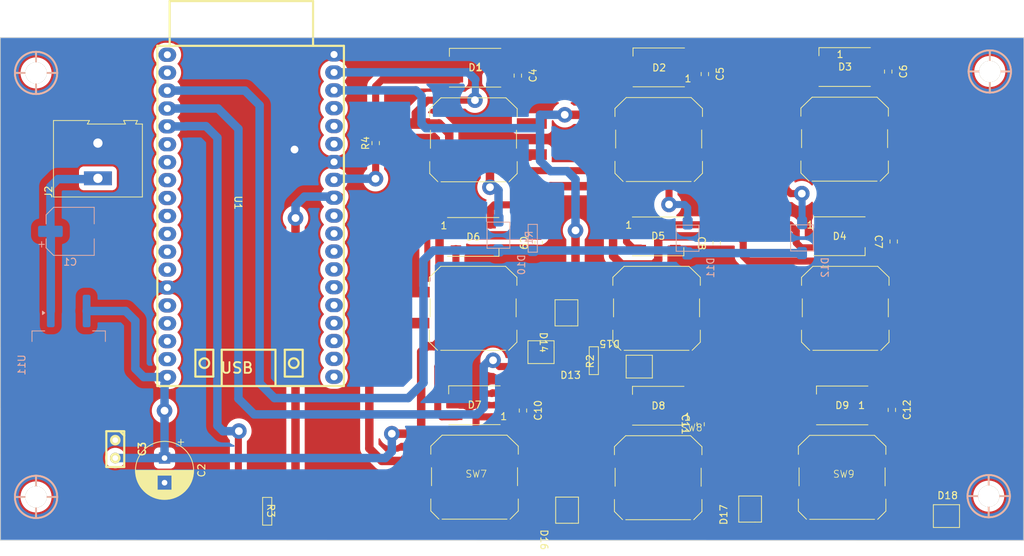
<source format=kicad_pcb>
(kicad_pcb (version 20240108) (generator "pcbnew") (generator_version "8.0")
  (layers (0 "F.Cu" signal) (31 "B.Cu" signal) (34 "B.Paste" user) (35 "F.Paste" user) (36 "B.SilkS" user "B.Silkscreen") (37 "F.SilkS" user "F.Silkscreen") (38 "B.Mask" user) (39 "F.Mask" user) (44 "Edge.Cuts" user))
  (net 0 "")
  (net 1 "Net-(U11-IN)")
  (net 2 "GND")
  (net 4 "/FIL1")
  (net 5 "/FIL2")
  (net 6 "/FIL3")
  (net 7 "/COL1")
  (net 8 "/COL2")
  (net 9 "/COL3")
  (net 19 "/VCC")
  (net 27 "Net-(D1-DOUT)")
  (net 31 "/PIN19")
  (net 36 "Net-(D1-DIN)")
  (net 37 "Net-(D2-DOUT)")
  (net 38 "Net-(D3-DOUT)")
  (net 39 "Net-(D4-DOUT)")
  (net 40 "Net-(D5-DOUT)")
  (net 41 "Net-(D6-DOUT)")
  (net 42 "Net-(D7-DOUT)")
  (net 43 "Net-(D8-DOUT)")
  (net 46 "Net-(D11-A)")
  (net 47 "Net-(D10-A)")
  (net 49 "Net-(D12-A)")
  (net 50 "Net-(D13-A)")
  (net 51 "Net-(D14-A)")
  (net 52 "Net-(D15-A)")
  (net 53 "Net-(D16-A)")
  (net 54 "Net-(D17-A)")
  (net 55 "Net-(D18-A)")
  (footprint "eesp32:verdadero.capacior.smd.100nf" (layer "F.Cu") (at 202.7216 52.7662 -90)
    (property "Reference" "C7")
    (property "Value" "100nf")
  )
  (footprint "EESTN5:CAP_0.1" (layer "F.Cu") (at 95.0438 82.1966 -90)
    (property "Reference" "C3")
    (property "Value" "100nf ceramico 104" (hide yes))
  )
  (footprint "LED_SMD:LED_WS2812B_PLCC4_5.0x5.0mm_P3.2mm" (layer "F.Cu") (at 146.047 28.0946 180)
    (property "Reference" "D1")
    (property "Value" "WS2812B")
  )
  (footprint "TerminalBlock:TerminalBlock_Altech_AK300-2_P5.00mm" (layer "F.Cu") (at 92.583 43.786 90)
    (property "Reference" "J2")
    (property "Value" "TB_1X2")
  )
  (footprint "LED_SMD:LED_WS2812B_PLCC4_5.0x5.0mm_P3.2mm" (layer "F.Cu") (at 172.0748 28.0476 180)
    (property "Reference" "D2")
    (property "Value" "WS2812B" (hide yes))
  )
  (footprint "Capacitor_THT:CP_Radial_D8.0mm_P3.50mm" (layer "F.Cu") (at 102.027149 83.4666 -90)
    (property "Reference" "C2")
    (property "Value" "100uf electrolitico")
  )
  (footprint "eesp32:rrr" (layer "F.Cu") (at 116.59 90.93 -90)
    (property "Reference" "R3")
    (property "Value" "10k")
  )
  (footprint "regulador de tensión l7805:pushbuttom" (layer "F.Cu") (at 198.7498 62.2726)
    (property "Reference" "SW6" (hide yes))
    (property "Value" "SW_Push" (hide yes))
  )
  (footprint "eesp32:verdadero.capacior.smd.100nf" (layer "F.Cu") (at 177.638 52.993 -90)
    (property "Reference" "C8")
    (property "Value" "100nf")
  )
  (footprint "LED_SMD:LED_WS2812B_PLCC4_5.0x5.0mm_P3.2mm" (layer "F.Cu") (at 198.4248 27.9976 180)
    (property "Reference" "D3")
    (property "Value" "WS2812B")
  )
  (footprint "eesp32:Diodo_SMD M7" (layer "F.Cu") (at 159.5775 72.168)
    (property "Reference" "D13")
    (property "Value" "DIODE")
  )
  (footprint "eesp32:Diodo_SMD M7" (layer "F.Cu") (at 165.11905 66.7766 180)
    (property "Reference" "D15")
    (property "Value" "DIODE")
  )
  (footprint "LED_SMD:LED_WS2812B_PLCC4_5.0x5.0mm_P3.2mm" (layer "F.Cu") (at 145.9498 75.9726 180)
    (property "Reference" "D7")
    (property "Value" "WS2812B")
  )
  (footprint "eesp32:verdadero.capacior.smd.100nf" (layer "F.Cu") (at 175.3518 78.6936 -90)
    (property "Reference" "C11")
    (property "Value" "100nf")
  )
  (footprint "eesp32:verdadero.capacior.smd.100nf" (layer "F.Cu") (at 207.2446 28.6246 90)
    (property "Reference" "C6")
    (property "Value" "100nf")
  )
  (footprint "eesp32:verdadero.capacior.smd.100nf" (layer "F.Cu") (at 154.7482 29.1964 90)
    (property "Reference" "C4")
    (property "Value" "100nf")
  )
  (footprint "LED_SMD:LED_WS2812B_PLCC4_5.0x5.0mm_P3.2mm" (layer "F.Cu") (at 198.0748 75.9976 180)
    (property "Reference" "D9")
    (property "Value" "WS2812B")
  )
  (footprint "LED_SMD:LED_WS2812B_PLCC4_5.0x5.0mm_P3.2mm" (layer "F.Cu") (at 197.6748 51.9976)
    (property "Reference" "D4")
    (property "Value" "WS2812B")
  )
  (footprint "eesp32:Diodo_SMD M7" (layer "F.Cu") (at 181.303 94.8945 -90)
    (property "Reference" "D17")
    (property "Value" "DIODE")
  )
  (footprint "regulador de tensión l7805:pushbuttom" (layer "F.Cu") (at 198.2958 86.2436)
    (property "Reference" "SW9")
    (property "Value" "SW_Push")
  )
  (footprint "Resistor_SMD:R_0603_1608Metric" (layer "F.Cu") (at 131.95 38.788 90)
    (property "Reference" "R4")
    (property "Value" "470")
  )
  (footprint "LED_SMD:LED_WS2812B_PLCC4_5.0x5.0mm_P3.2mm" (layer "F.Cu") (at 171.9748 52.0226)
    (property "Reference" "D5")
    (property "Value" "WS2812B")
  )
  (footprint "LED_SMD:LED_WS2812B_PLCC4_5.0x5.0mm_P3.2mm" (layer "F.Cu") (at 171.9998 76.0476 180)
    (property "Reference" "D8")
    (property "Value" "WS2812B")
  )
  (footprint "eesp32:Diodo_SMD M7" (layer "F.Cu") (at 208.6555 87.978 180)
    (property "Reference" "D18")
    (property "Value" "DIODE")
  )
  (footprint "regulador de tensión l7805:pushbuttom" (layer "F.Cu") (at 172.2248 86.2976)
    (property "Reference" "SW8")
    (property "Value" "SW_Push")
  )
  (footprint "eesp32:verdadero.capacior.smd.100nf" (layer "F.Cu") (at 155.477 76.7038 90)
    (property "Reference" "C10")
    (property "Value" "100nf")
  )
  (footprint "regulador de tensión l7805:pushbuttom" (layer "F.Cu") (at 172.2998 38.3226)
    (property "Reference" "SW2" (hide yes))
    (property "Value" "SW_Push" (hide yes))
  )
  (footprint "regulador de tensión l7805:pushbuttom" (layer "F.Cu") (at 198.6518 38.2686)
    (property "Reference" "SW3" (hide yes))
    (property "Value" "SW_Push" (hide yes))
  )
  (footprint "eesp32:Diodo_SMD M7" (layer "F.Cu") (at 155.2702 67.059175 -90)
    (property "Reference" "D14")
    (property "Value" "DIODE")
  )
  (footprint "LED_SMD:LED_WS2812B_PLCC4_5.0x5.0mm_P3.2mm" (layer "F.Cu") (at 145.7748 52.0976)
    (property "Reference" "D6")
    (property "Value" "WS2812B")
  )
  (footprint "eesp32:verdadero.capacior.smd.100nf" (layer "F.Cu") (at 207.763 76.6196 90)
    (property "Reference" "C12")
    (property "Value" "100nf")
  )
  (footprint "regulador de tensión l7805:pushbuttom" (layer "F.Cu") (at 146.1998 86.2226)
    (property "Reference" "SW7")
    (property "Value" "SW_Push")
  )
  (footprint "regulador de tensión l7805:pushbuttom" (layer "F.Cu") (at 171.9998 62.2726)
    (property "Reference" "SW5" (hide yes))
    (property "Value" "SW_Push" (hide yes))
  )
  (footprint "regulador de tensión l7805:pushbuttom" (layer "F.Cu") (at 146.047 38.3562)
    (property "Reference" "SW1" (hide yes))
    (property "Value" "SW_Push" (hide yes))
  )
  (footprint "regulador de tensión l7805:pushbuttom" (layer "F.Cu") (at 145.9998 62.2726)
    (property "Reference" "SW4" (hide yes))
    (property "Value" "SW_Push" (hide yes))
  )
  (footprint "EESTN5:Separador_M3_10mm" (layer "F.Cu") (at 218.8398 88.8726)
    (property "Reference" "H4" (hide yes))
    (property "Value" "MountingHole_Pad" (hide yes))
  )
  (footprint "eesp32:Diodo_SMD M7" (layer "F.Cu") (at 155.358 95.0545 -90)
    (property "Reference" "D16")
    (property "Value" "DIODE")
  )
  (footprint "eesp32:verdadero.capacior.smd.100nf" (layer "F.Cu") (at 181.258 28.9772 90)
    (property "Reference" "C5")
    (property "Value" "100nf")
  )
  (footprint "myfootprint:ese" (layer "F.Cu") (at 111.95 47.24 -90)
    (property "Reference" "U1")
    (property "Value" "ESP32_DEVKITC")
  )
  (footprint "eesp32:rrr" (layer "F.Cu") (at 162.8546 69.740713 90)
    (property "Reference" "R2")
    (property "Value" "10k")
  )
  (footprint "eesp32:verdadero.capacior.smd.100nf" (layer "F.Cu") (at 152.4016 52.940314 -90)
    (property "Reference" "C9")
    (property "Value" "100nf")
  )
  (footprint "EESTN5:Separador_M3_10mm" (layer "F.Cu") (at 218.9958 28.628 90)
    (property "Reference" "H2" (hide yes))
    (property "Value" "MountingHole_Pad" (hide yes))
  )
  (footprint "EESTN5:Separador_M3_10mm" (layer "F.Cu") (at 83.817 88.9784)
    (property "Reference" "H3" (hide yes))
    (property "Value" "MountingHole_Pad" (hide yes))
  )
  (footprint "EESTN5:Separador_M3_10mm" (layer "F.Cu") (at 83.817 28.8312 90)
    (property "Reference" "H1" (hide yes))
    (property "Value" "MountingHole_Pad" (hide yes))
  )
  (footprint "Capacitor_SMD:CP_Elec_6.3x9.9" (layer "B.Cu") (at 88.652 51.308)
    (property "Reference" "C1")
    (property "Value" "electrolitico-c470uf")
  )
  (footprint "eesp32:Diodo_SMD M7" (layer "B.Cu") (at 179.8798 56.47275 -90)
    (property "Reference" "D11")
    (property "Value" "DIODE")
  )
  (footprint "Package_TO_SOT_SMD:TO-263-2" (layer "B.Cu") (at 88.4398 70.2586 -90)
    (property "Reference" "U11")
    (property "Value" "L7805")
  )
  (footprint "eesp32:rrr" (layer "B.Cu") (at 154.2 52.2 -90)
    (property "Reference" "R1")
    (property "Value" "10k")
  )
  (footprint "eesp32:Diodo_SMD M7" (layer "B.Cu") (at 196.0998 56.4303 -90)
    (property "Reference" "D12")
    (property "Value" "DIODE")
  )
  (footprint "eesp32:Diodo_SMD M7" (layer "B.Cu") (at 153.072 56.0445 -90)
    (property "Reference" "D10")
    (property "Value" "DIODE")
  )
  (gr_line (start 223.8148 23.821) (end 78.7554 23.821) (stroke (width 0.1)) (layer "Edge.Cuts"))
  (gr_line (start 223.78 95.15) (end 223.8148 23.821) (stroke (width 0.1)) (layer "Edge.Cuts"))
  (gr_line (start 78.7714 95.1246) (end 223.78 95.15) (stroke (width 0.1)) (layer "Edge.Cuts"))
  (gr_line (start 78.7554 23.821) (end 78.7714 95.1246) (stroke (width 0.1)) (layer "Edge.Cuts"))
  (segment (start 85.8998 51.3812) (end 85.852 51.3334) (width 1.2) (layer "B.Cu") (net 1))
  (segment (start 85.852 51.3334) (end 85.852 44.958) (width 1.2) (layer "B.Cu") (net 1))
  (segment (start 92.4756 43.8934) (end 92.583 43.786) (width 1.2) (layer "B.Cu") (net 1))
  (segment (start 85.852 44.958) (end 86.9166 43.8934) (width 1.2) (layer "B.Cu") (net 1))
  (segment (start 86.9166 43.8934) (end 92.4756 43.8934) (width 1.2) (layer "B.Cu") (net 1))
  (segment (start 85.8998 62.6086) (end 85.8998 51.3812) (width 1.2) (layer "B.Cu") (net 1))
  (segment (start 152.4498 53.7726) (end 152.5998 53.7726) (width 0.25) (layer "F.Cu") (net 2))
  (segment (start 148.2248 53.7476) (end 152.3748 53.7476) (width 1.2) (layer "F.Cu") (net 2))
  (segment (start 152.3748 53.7476) (end 152.3998 53.7726) (width 1) (layer "F.Cu") (net 2))
  (via (at 120.45 39.7) (size 2.2) (drill 1.1) (layers "F.Cu" "B.Cu") (net 2))
  (segment (start 138.7318 72.7906) (end 136.5648 74.9576) (width 1.2) (layer "B.Cu") (net 4))
  (segment (start 176.860375 54.437575) (end 176.902825 54.395125) (width 1.2) (layer "B.Cu") (net 4))
  (segment (start 113.4196 31.3396) (end 102.425 31.3396) (width 1.2) (layer "B.Cu") (net 4))
  (segment (start 136.5648 74.9576) (end 117.6076 74.9576) (width 1.2) (layer "B.Cu") (net 4))
  (segment (start 117.6076 74.9576) (end 115.5 72.85) (width 1.2) (layer "B.Cu") (net 4))
  (segment (start 115.5 33.42) (end 113.4196 31.3396) (width 1.2) (layer "B.Cu") (net 4))
  (segment (start 176.146 54.437575) (end 176.860375 54.437575) (width 1.2) (layer "B.Cu") (net 4))
  (segment (start 175.731025 54.0226) (end 140.1088 54.0226) (width 1.2) (layer "B.Cu") (net 4))
  (segment (start 138.7318 55.3996) (end 138.7318 72.7906) (width 1.2) (layer "B.Cu") (net 4))
  (segment (start 140.1088 54.0226) (end 138.7318 55.3996) (width 1.2) (layer "B.Cu") (net 4))
  (segment (start 176.146 54.437575) (end 175.731025 54.0226) (width 1.2) (layer "B.Cu") (net 4))
  (segment (start 115.5 72.85) (end 115.5 33.42) (width 1.2) (layer "B.Cu") (net 4))
  (segment (start 176.902825 54.395125) (end 192.366 54.395125) (width 1.2) (layer "B.Cu") (net 4))
  (segment (start 157.542325 68.4342) (end 158.6418 68.4342) (width 1) (layer "F.Cu") (net 5))
  (segment (start 166.359325 67.779325) (end 167.194225 68.614225) (width 1) (layer "F.Cu") (net 5))
  (segment (start 158.6418 68.4342) (end 159.296675 67.779325) (width 1) (layer "F.Cu") (net 5))
  (segment (start 157.353 70.485) (end 149.479 70.485) (width 1) (layer "F.Cu") (net 5))
  (segment (start 158.939325 64.959325) (end 158.7688 64.959325) (width 1) (layer "F.Cu") (net 5))
  (segment (start 159.004 65.024) (end 158.939325 64.959325) (width 1) (layer "F.Cu") (net 5))
  (segment (start 159.296675 67.779325) (end 166.359325 67.779325) (width 1) (layer "F.Cu") (net 5))
  (segment (start 158.8958 67.37845) (end 158.8958 65.1322) (width 1) (layer "F.Cu") (net 5))
  (segment (start 159.296675 67.779325) (end 158.8958 67.37845) (width 1) (layer "F.Cu") (net 5))
  (segment (start 149.479 70.485) (end 148.59 69.596) (width 1) (layer "F.Cu") (net 5))
  (segment (start 157.542325 70.295675) (end 157.353 70.485) (width 1) (layer "F.Cu") (net 5))
  (segment (start 157.542325 68.4342) (end 157.542325 70.295675) (width 1) (layer "F.Cu") (net 5))
  (segment (start 167.194225 68.614225) (end 167.194225 70.4254) (width 1) (layer "F.Cu") (net 5))
  (segment (start 158.8958 65.1322) (end 159.004 65.024) (width 1) (layer "F.Cu") (net 5))
  (via (at 148.59 69.596) (size 2.2) (drill 1.1) (layers "F.Cu" "B.Cu") (net 5))
  (segment (start 109.6096 33.8796) (end 102.425 33.8796) (width 1.2) (layer "B.Cu") (net 5))
  (segment (start 112.5 36.77) (end 109.6096 33.8796) (width 1.2) (layer "B.Cu") (net 5))
  (segment (start 148.008 69.67) (end 147.26 70.418) (width 1.2) (layer "B.Cu") (net 5))
  (segment (start 146.2774 77.2726) (end 114.7226 77.2726) (width 1.2) (layer "B.Cu") (net 5))
  (segment (start 147.26 76.29) (end 146.2774 77.2726) (width 1.2) (layer "B.Cu") (net 5))
  (segment (start 147.26 70.418) (end 147.26 76.29) (width 1.2) (layer "B.Cu") (net 5))
  (segment (start 148.59 69.67) (end 148.008 69.67) (width 1.2) (layer "B.Cu") (net 5))
  (segment (start 112.5 75.05) (end 112.5 36.77) (width 1.2) (layer "B.Cu") (net 5))
  (segment (start 114.7226 77.2726) (end 112.5 75.05) (width 1.2) (layer "B.Cu") (net 5))
  (segment (start 148.59 69.596) (end 148.59 69.67) (width 1) (layer "B.Cu") (net 5))
  (segment (start 112.49 91.08) (end 112.49 79.71) (width 1) (layer "F.Cu") (net 6))
  (segment (start 209.54315 92.859325) (end 210.690675 91.7118) (width 1) (layer "F.Cu") (net 6))
  (segment (start 185.0368 92.859325) (end 209.54315 92.859325) (width 1) (layer "F.Cu") (net 6))
  (segment (start 185.0368 92.859325) (end 114.269325 92.859325) (width 1) (layer "F.Cu") (net 6))
  (segment (start 114.269325 92.859325) (end 112.49 91.08) (width 1) (layer "F.Cu") (net 6))
  (segment (start 112.49 79.71) (end 112.56 79.64) (width 1) (layer "F.Cu") (net 6))
  (via (at 112.56 79.64) (size 2.2) (drill 1.1) (layers "F.Cu" "B.Cu") (net 6))
  (segment (start 105.0696 36.39) (end 107.89 36.39) (width 1.2) (layer "B.Cu") (net 6))
  (segment (start 109.52 38.02) (end 109.52 78.87) (width 1.2) (layer "B.Cu") (net 6))
  (segment (start 105.04 36.4196) (end 102.425 36.4196) (width 1.2) (layer "B.Cu") (net 6))
  (segment (start 107.89 36.39) (end 109.52 38.02) (width 1.2) (layer "B.Cu") (net 6))
  (segment (start 109.52 78.87) (end 110.3066 79.6566) (width 1.2) (layer "B.Cu") (net 6))
  (segment (start 105.0696 36.39) (end 105.04 36.4196) (width 1) (layer "B.Cu") (net 6))
  (segment (start 110.3066 79.6566) (end 112.6066 79.6566) (width 1.2) (layer "B.Cu") (net 6))
  (segment (start 137.5428 60.036601) (end 132.663399 60.036601) (width 1.2) (layer "F.Cu") (net 7))
  (segment (start 137.5428 48.1796) (end 137.5428 60.036601) (width 1.2) (layer "F.Cu") (net 7))
  (segment (start 139.36 32.7) (end 146.02 32.7) (width 1) (layer "F.Cu") (net 7))
  (segment (start 132.826601 83.876601) (end 137.6968 83.876601) (width 1.2) (layer "F.Cu") (net 7))
  (segment (start 142.3748 38.0226) (end 142.3748 37.4476) (width 1.2) (layer "F.Cu") (net 7))
  (segment (start 142.3748 46.1726) (end 141.2498 47.2976) (width 1.2) (layer "F.Cu") (net 7))
  (segment (start 142.3748 37.4476) (end 140.9248 35.9976) (width 1.2) (layer "F.Cu") (net 7))
  (segment (start 142.3748 38.0226) (end 142.3748 46.1726) (width 1.2) (layer "F.Cu") (net 7))
  (segment (start 132.663399 60.036601) (end 131.05 61.65) (width 1.2) (layer "F.Cu") (net 7))
  (segment (start 146.02 32.7) (end 145.93 32.61) (width 1) (layer "F.Cu") (net 7))
  (segment (start 140.9248 35.9976) (end 140.912199 36.010201) (width 1.2) (layer "F.Cu") (net 7))
  (segment (start 138.4248 47.2976) (end 137.5428 48.1796) (width 1.2) (layer "F.Cu") (net 7))
  (segment (start 131.05 61.65) (end 131.05 82.1) (width 1.2) (layer "F.Cu") (net 7))
  (segment (start 140.912199 36.010201) (end 137.544 36.010201) (width 1.2) (layer "F.Cu") (net 7))
  (segment (start 131.05 82.1) (end 132.826601 83.876601) (width 1.2) (layer "F.Cu") (net 7))
  (segment (start 137.544 34.516) (end 139.36 32.7) (width 1) (layer "F.Cu") (net 7))
  (segment (start 145.93 32.61) (end 145.27 32.61) (width 1) (layer "F.Cu") (net 7))
  (segment (start 141.2498 47.2976) (end 138.4248 47.2976) (width 1.2) (layer "F.Cu") (net 7))
  (segment (start 137.544 36.010201) (end 137.544 34.516) (width 1) (layer "F.Cu") (net 7))
  (via (at 146.02 32.7) (size 2.2) (drill 1.1) (layers "F.Cu" "B.Cu") (net 7))
  (segment (start 126.58 28.585) (end 126.235 28.585) (width 1.2) (layer "B.Cu") (net 7))
  (segment (start 126.235 28.585) (end 126.07 28.75) (width 1.2) (layer "B.Cu") (net 7))
  (segment (start 146.08 29.77) (end 146.08 32.64) (width 1) (layer "B.Cu") (net 7))
  (segment (start 145.06 28.75) (end 146.08 29.77) (width 1.2) (layer "B.Cu") (net 7))
  (segment (start 126.07 28.75) (end 145.06 28.75) (width 1.2) (layer "B.Cu") (net 7))
  (segment (start 146.08 32.64) (end 146.02 32.7) (width 1) (layer "B.Cu") (net 7))
  (segment (start 170.01 72.44) (end 171.31 72.44) (width 1.2) (layer "F.Cu") (net 8))
  (segment (start 158.7498 34.7726) (end 163.0374 34.7726) (width 1.2) (layer "F.Cu") (net 8))
  (segment (start 160.275 51.175) (end 160.275 59.175) (width 1.2) (layer "F.Cu") (net 8))
  (segment (start 163.0374 34.7726) (end 163.7968 35.532) (width 1.2) (layer "F.Cu") (net 8))
  (segment (start 161.026601 59.926601) (end 163.4968 59.926601) (width 1.2) (layer "F.Cu") (net 8))
  (segment (start 164.551 80.94) (end 163.7218 81.7692) (width 1.2) (layer "F.Cu") (net 8))
  (segment (start 163.7968 35.532) (end 163.7968 35.976601) (width 1.2) (layer "F.Cu") (net 8))
  (segment (start 169.2498 71.6798) (end 170.01 72.44) (width 1.2) (layer "F.Cu") (net 8))
  (segment (start 167.653801 59.926601) (end 169.2498 61.5226) (width 1.2) (layer "F.Cu") (net 8))
  (segment (start 160.275 59.175) (end 161.026601 59.926601) (width 1.2) (layer "F.Cu") (net 8))
  (segment (start 171.9998 73.1298) (end 171.9998 79.1202) (width 1.2) (layer "F.Cu") (net 8))
  (segment (start 171.31 72.44) (end 171.9998 73.1298) (width 1.2) (layer "F.Cu") (net 8))
  (segment (start 171.9998 79.1202) (end 170.18 80.94) (width 1.2) (layer "F.Cu") (net 8))
  (segment (start 170.18 80.94) (end 164.551 80.94) (width 1.2) (layer "F.Cu") (net 8))
  (segment (start 163.4968 59.926601) (end 167.653801 59.926601) (width 1.2) (layer "F.Cu") (net 8))
  (segment (start 163.7218 81.7692) (end 163.7218 83.951601) (width 1.2) (layer "F.Cu") (net 8))
  (segment (start 169.2498 61.5226) (end 169.2498 71.6798) (width 1.2) (layer "F.Cu") (net 8))
  (via (at 160.275 51.175) (size 2.2) (drill 1.1) (layers "F.Cu" "B.Cu") (net 8))
  (via (at 158.7498 34.7726) (size 2.2) (drill 1.1) (layers "F.Cu" "B.Cu") (net 8))
  (segment (start 126.06 31.31) (end 126.05 31.3) (width 1.2) (layer "B.Cu") (net 8))
  (segment (start 160.275 43.925) (end 159.1226 42.7726) (width 1.2) (layer "B.Cu") (net 8))
  (segment (start 158.7498 34.7726) (end 155.2498 34.7726) (width 1.2) (layer "B.Cu") (net 8))
  (segment (start 160.275 51.175) (end 160.275 43.925) (width 1.2) (layer "B.Cu") (net 8))
  (segment (start 155.2498 34.7726) (end 155.2498 36.4) (width 1.2) (layer "B.Cu") (net 8))
  (segment (start 138.45 36.04) (end 138.45 32.11) (width 1.2) (layer "B.Cu") (net 8))
  (segment (start 138.45 32.11) (end 137.65 31.31) (width 1.2) (layer "B.Cu") (net 8))
  (segment (start 137.65 31.31) (end 126.06 31.31) (width 1.2) (layer "B.Cu") (net 8))
  (segment (start 139.08 36.67) (end 138.45 36.04) (width 1.2) (layer "B.Cu") (net 8))
  (segment (start 155.2498 41.2726) (end 155.2498 34.7726) (width 1.2) (layer "B.Cu") (net 8))
  (segment (start 126.225 31.125) (end 126.58 31.125) (width 1.2) (layer "B.Cu") (net 8))
  (segment (start 159.1226 42.7726) (end 156.7498 42.7726) (width 1.2) (layer "B.Cu") (net 8))
  (segment (start 155.2498 36.4) (end 154.9798 36.67) (width 1.2) (layer "B.Cu") (net 8))
  (segment (start 154.9798 36.67) (end 139.08 36.67) (width 1.2) (layer "B.Cu") (net 8))
  (segment (start 126.05 31.3) (end 126.225 31.125) (width 1.2) (layer "B.Cu") (net 8))
  (segment (start 156.7498 42.7726) (end 155.2498 41.2726) (width 1.2) (layer "B.Cu") (net 8))
  (segment (start 120.5898 89.071) (end 122.4 90.8812) (width 1.2) (layer "F.Cu") (net 9))
  (segment (start 216.5248 82.5652) (end 215.1924 83.8976) (width 1) (layer "F.Cu") (net 9))
  (segment (start 210.7916 59.9116) (end 210.7662 59.8862) (width 1) (layer "F.Cu") (net 9))
  (segment (start 172.1 90.1712) (end 172.1 87.27) (width 1.2) (layer "F.Cu") (net 9))
  (segment (start 120.5898 49.4226) (end 120.5898 89.071) (width 1.2) (layer "F.Cu") (net 9))
  (segment (start 210.7662 59.8862) (end 210.7662 36.7814) (width 1) (layer "F.Cu") (net 9))
  (segment (start 215.1924 83.8976) (end 206.3328 83.8976) (width 1) (layer "F.Cu") (net 9))
  (segment (start 122.4 90.8812) (end 171.39 90.8812) (width 1.2) (layer "F.Cu") (net 9))
  (segment (start 205.9828 59.9116) (end 214.8116 59.9116) (width 1) (layer "F.Cu") (net 9))
  (segment (start 171.39 90.8812) (end 172.1 90.1712) (width 1.2) (layer "F.Cu") (net 9))
  (segment (start 214.8116 59.9116) (end 216.5248 61.6248) (width 1) (layer "F.Cu") (net 9))
  (segment (start 189.1698 85.8502) (end 189.7928 85.2272) (width 1.2) (layer "F.Cu") (net 9))
  (segment (start 216.5248 61.6248) (end 216.5248 82.5652) (width 1) (layer "F.Cu") (net 9))
  (segment (start 173.5198 85.8502) (end 189.1698 85.8502) (width 1.2) (layer "F.Cu") (net 9))
  (segment (start 209.9074 35.9226) (end 206.6888 35.9226) (width 1) (layer "F.Cu") (net 9))
  (segment (start 189.7928 85.2272) (end 189.7928 83.897601) (width 1.2) (layer "F.Cu") (net 9))
  (segment (start 210.7662 36.7814) (end 209.9074 35.9226) (width 1) (layer "F.Cu") (net 9))
  (segment (start 126.5398 46.3826) (end 126.795384 46.3826) (width 1.2) (layer "F.Cu") (net 9))
  (segment (start 172.1 87.27) (end 173.5198 85.8502) (width 1.2) (layer "F.Cu") (net 9))
  (via (at 120.5898 49.4226) (size 2.2) (drill 1.1) (layers "F.Cu" "B.Cu") (net 9))
  (segment (start 126.405 46.54) (end 126.58 46.365) (width 1.2) (layer "B.Cu") (net 9))
  (segment (start 120.5898 47.6426) (end 121.8498 46.3826) (width 1.2) (layer "B.Cu") (net 9))
  (segment (start 120.5898 49.4226) (end 120.5898 47.6426) (width 1.2) (layer "B.Cu") (net 9))
  (segment (start 126.05 46.54) (end 126.405 46.54) (width 1.2) (layer "B.Cu") (net 9))
  (segment (start 121.8498 46.3826) (end 125.8926 46.3826) (width 1.2) (layer "B.Cu") (net 9))
  (segment (start 125.8926 46.3826) (end 126.05 46.54) (width 1.2) (layer "B.Cu") (net 9))
  (segment (start 196.9998 55.5226) (end 184.7526 55.5226) (width 1) (layer "F.Cu") (net 19))
  (segment (start 199.09 68.23) (end 199.09 56.91) (width 1) (layer "F.Cu") (net 19))
  (segment (start 171.9998 52.0226) (end 171.9998 55.3502) (width 1.2) (layer "F.Cu") (net 19))
  (segment (start 178.5748 29.9976) (end 185.9476 29.9976) (width 1.2) (layer "F.Cu") (net 19))
  (segment (start 204.417 29.6476) (end 204.5964 29.4682) (width 1.2) (layer "F.Cu") (net 19))
  (segment (start 156.75 44.9) (end 155.25 46.4) (width 1.2) (layer "F.Cu") (net 19))
  (segment (start 164.4 44.9) (end 156.75 44.9) (width 1.2) (layer "F.Cu") (net 19))
  (segment (start 184.0454 54.8154) (end 184.0454 52.7072) (width 1) (layer "F.Cu") (net 19))
  (segment (start 187.6 32.6) (end 197.75 32.6) (width 1.2) (layer "F.Cu") (net 19))
  (segment (start 145.798 79.5) (end 146.177 79.121) (width 1) (layer "F.Cu") (net 19))
  (segment (start 148.3998 77.6226) (end 152.7536 77.6226) (width 1) (layer "F.Cu") (net 19))
  (segment (start 203.4398 77.473086) (end 203.449686 77.4632) (width 1.2) (layer "F.Cu") (net 19))
  (segment (start 200.8748 29.6476) (end 204.417 29.6476) (width 1.2) (layer "F.Cu") (net 19))
  (segment (start 197.75 32.6) (end 197.8362 32.6862) (width 1) (layer "F.Cu") (net 19))
  (segment (start 197.7498 51.9226) (end 197.7498 54.7726) (width 1) (layer "F.Cu") (net 19))
  (segment (start 134.239 80.01) (end 137.89 80.01) (width 1.2) (layer "F.Cu") (net 19))
  (segment (start 166.75 56) (end 166.75 55.95) (width 1) (layer "F.Cu") (net 19))
  (segment (start 171.9998 55.3502) (end 171.35 56) (width 1.2) (layer "F.Cu") (net 19))
  (segment (start 183.3088 51.9706) (end 183.2568 52.0226) (width 1) (layer "F.Cu") (net 19))
  (segment (start 200.5248 78.9152) (end 199.56 79.88) (width 1.2) (layer "F.Cu") (net 19))
  (segment (start 166.75 55.95) (end 165.6 54.8) (width 1.2) (layer "F.Cu") (net 19))
  (segment (start 199.56 79.88) (end 189.52 79.88) (width 1.2) (layer "F.Cu") (net 19))
  (segment (start 185.9476 29.9976) (end 186.85 30.9) (width 1.2) (layer "F.Cu") (net 19))
  (segment (start 152.2998 30.04) (end 152.2998 31.3226) (width 1) (layer "F.Cu") (net 19))
  (segment (start 141 66.85) (end 141 51.3) (width 1.2) (layer "F.Cu") (net 19))
  (segment (start 188.16 77.62) (end 174.5274 77.62) (width 1.2) (layer "F.Cu") (net 19))
  (segment (start 141.8524 50.4476) (end 143.3248 50.4476) (width 1.2) (layer "F.Cu") (net 19))
  (segment (start 165.6 46.1) (end 164.4 44.9) (width 1.2) (layer "F.Cu") (net 19))
  (segment (start 203 77.4632) (end 203 69.61) (width 1) (layer "F.Cu") (net 19))
  (segment (start 184.7526 55.5226) (end 184.0454 54.8154) (width 1) (layer "F.Cu") (net 19))
  (segment (start 200.06 69.2) (end 199.09 68.23) (width 1) (layer "F.Cu") (net 19))
  (segment (start 171.35 56) (end 166.75 56) (width 1.2) (layer "F.Cu") (net 19))
  (segment (start 148.497 29.7446) (end 148.7924 30.04) (width 1) (layer "F.Cu") (net 19))
  (segment (start 189.52 79.88) (end 189.52 79.86) (width 1.2) (layer "F.Cu") (net 19))
  (segment (start 200.5248 77.6476) (end 200.5248 78.9152) (width 1.2) (layer "F.Cu") (net 19))
  (segment (start 202.59 69.2) (end 200.06 69.2) (width 1) (layer "F.Cu") (net 19))
  (segment (start 200.8748 31.8252) (end 200.0138 32.6862) (width 1.2) (layer "F.Cu") (net 19))
  (segment (start 148.7924 30.04) (end 152.2998 30.04) (width 1) (layer "F.Cu") (net 19))
  (segment (start 146.4226 51.8726) (end 155.25 51.8726) (width 1.2) (layer "F.Cu") (net 19))
  (segment (start 197.7026 55.5226) (end 196.9998 55.5226) (width 1) (layer "F.Cu") (net 19))
  (segment (start 205.1148 77.4632) (end 203 77.4632) (width 1) (layer "F.Cu") (net 19))
  (segment (start 174.5248 30.9976) (end 174.5248 29.6976) (width 1) (layer "F.Cu") (net 19))
  (segment (start 138.4 79.5) (end 145.798 79.5) (width 1) (layer "F.Cu") (net 19))
  (segment (start 188.96 78.2) (end 188.38 77.62) (width 1.2) (layer "F.Cu") (net 19))
  (segment (start 183.2568 52.0226) (end 171.9998 52.0226) (width 1.2) (layer "F.Cu") (net 19))
  (segment (start 174.8498 30.0226) (end 178.5498 30.0226) (width 1.2) (layer "F.Cu") (net 19))
  (segment (start 178.5498 30.0226) (end 178.5748 29.9976) (width 1.2) (layer "F.Cu") (net 19))
  (segment (start 188.16 77.62) (end 188.38 77.62) (width 1) (layer "F.Cu") (net 19))
  (segment (start 146.4054 77.6226) (end 148.3998 77.6226) (width 1) (layer "F.Cu") (net 19))
  (segment (start 171.9998 50.9998) (end 171.3726 50.3726) (width 1.2) (layer "F.Cu") (net 19))
  (segment (start 200.0138 32.6862) (end 197.8362 32.6862) (width 1.2) (layer "F.Cu") (net 19))
  (segment (start 197.7498 51.0226) (end 197.0748 50.3476) (width 1) (layer "F.Cu") (net 19))
  (segment (start 155.25 46.4) (end 155.25 51.8726) (width 1.2) (layer "F.Cu") (net 19))
  (segment (start 152.7536 77.6226) (end 152.8288 77.5474) (width 1) (layer "F.Cu") (net 19))
  (segment (start 140.25 67.6) (end 141 66.85) (width 1.2) (layer "F.Cu") (net 19))
  (segment (start 138.4 68.4) (end 139.2 67.6) (width 1.2) (layer "F.Cu") (net 19))
  (segment (start 146.177 77.851) (end 146.4054 77.6226) (width 1) (layer "F.Cu") (net 19))
  (segment (start 171.3726 50.3726) (end 169.5248 50.3726) (width 1.2) (layer "F.Cu") (net 19))
  (segment (start 197.7498 51.9226) (end 197.7498 51.0226) (width 1) (layer "F.Cu") (net 19))
  (segment (start 197.8362 32.6862) (end 195.2248 32.6862) (width 1.2) (layer "F.Cu") (net 19))
  (segment (start 189.52 79.86) (end 188.96 79.3) (width 1.2) (layer "F.Cu") (net 19))
  (segment (start 197.0748 50.3476) (end 195.2248 50.3476) (width 1) (layer "F.Cu") (net 19))
  (segment (start 138.4 79.5) (end 138.4 68.4) (width 1.2) (layer "F.Cu") (net 19))
  (segment (start 137.89 80.01) (end 138.4 79.5) (width 1.2) (layer "F.Cu") (net 19))
  (segment (start 195.2248 32.6862) (end 195.2248 50.3476) (width 1.2) (layer "F.Cu") (net 19))
  (segment (start 200.8748 29.6476) (end 200.8748 31.8252) (width 1.2) (layer "F.Cu") (net 19))
  (segment (start 139.2 67.6) (end 140.25 67.6) (width 1.2) (layer "F.Cu") (net 19))
  (segment (start 145.1 50.75) (end 145.1 51.45) (width 1.2) (layer "F.Cu") (net 19))
  (segment (start 171.9998 52.0226) (end 171.9998 50.9998) (width 1.2) (layer "F.Cu") (net 19))
  (segment (start 141 51.3) (end 141.8524 50.4476) (width 1.2) (layer "F.Cu") (net 19))
  (segment (start 188.96 79.3) (end 188.96 78.2) (width 1.2) (layer "F.Cu") (net 19))
  (segment (start 144.7976 50.4476) (end 145.1 50.75) (width 1.2) (layer "F.Cu") (net 19))
  (segment (start 152.2998 31.3226) (end 152.7498 31.7726) (width 1) (layer "F.Cu") (net 19))
  (segment (start 143.3248 50.4476) (end 144.7976 50.4476) (width 1.2) (layer "F.Cu") (net 19))
  (segment (start 146.177 79.121) (end 146.177 77.851) (width 1) (layer "F.Cu") (net 19))
  (segment (start 203.4398 77.473086) (end 200.699314 77.473086) (width 1.2) (layer "F.Cu") (net 19))
  (segment (start 186.85 31.85) (end 187.6 32.6) (width 1.2) (layer "F.Cu") (net 19))
  (segment (start 173.7498 31.7726) (end 174.5248 30.9976) (width 1) (layer "F.Cu") (net 19))
  (segment (start 184.0454 52.7072) (end 183.3088 51.9706) (width 1) (layer "F.Cu") (net 19))
  (segment (start 197.7498 51.9226) (end 205.3698 51.9226) (width 1) (layer "F.Cu") (net 19))
  (segment (start 203.449686 77.4632) (end 205.1148 77.4632) (width 1.2) (layer "F.Cu") (net 19))
  (segment (start 145.5226 51.8726) (end 146.4226 51.8726) (width 1.2) (layer "F.Cu") (net 19))
  (segment (start 197.7498 54.7726) (end 196.9998 55.5226) (width 1) (layer "F.Cu") (net 19))
  (segment (start 200.699314 77.473086) (end 200.5248 77.6476) (width 1.2) (layer "F.Cu") (net 19))
  (segment (start 199.09 56.91) (end 197.7026 55.5226) (width 1) (layer "F.Cu") (net 19))
  (segment (start 165.6 54.8) (end 165.6 46.1) (width 1.2) (layer "F.Cu") (net 19))
  (segment (start 174.5274 77.62) (end 174.4498 77.6976) (width 1.2) (layer "F.Cu") (net 19))
  (segment (start 145.1 51.45) (end 145.5226 51.8726) (width 1.2) (layer "F.Cu") (net 19))
  (segment (start 203 69.61) (end 202.59 69.2) (width 1) (layer "F.Cu") (net 19))
  (segment (start 186.85 30.9) (end 186.85 31.85) (width 1.2) (layer "F.Cu") (net 19))
  (segment (start 152.7498 31.7726) (end 173.7498 31.7726) (width 1) (layer "F.Cu") (net 19))
  (via (at 102.027149 76.75) (size 2.2) (drill 1.1) (layers "F.Cu" "B.Cu") (net 19))
  (via (at 134.239 80.01) (size 2.2) (drill 1.1) (layers "F.Cu" "B.Cu") (net 19))
  (segment (start 97.89 70.79) (end 99.0796 71.9796) (width 1.2) (layer "B.Cu") (net 19))
  (segment (start 102.027149 83.4666) (end 102.027149 76.75) (width 1.2) (layer "B.Cu") (net 19))
  (segment (start 96.4986 62.6086) (end 97.89 64) (width 1.2) (layer "B.Cu") (net 19))
  (segment (start 134.239 82.541) (end 133.3134 83.4666) (width 1.2) (layer "B.Cu") (net 19))
  (segment (start 99.0796 71.9796) (end 102.425 71.9796) (width 1.2) (layer "B.Cu") (net 19))
  (segment (start 102.027149 72.972851) (end 103.05 71.95) (width 1.2) (layer "B.Cu") (net 19))
  (segment (start 90.9798 62.6086) (end 96.4986 62.6086) (width 1.2) (layer "B.Cu") (net 19))
  (segment (start 133.3134 83.4666) (end 102.027149 83.4666) (width 1.2) (layer "B.Cu") (net 19))
  (segment (start 134.239 80.01) (end 134.239 82.541) (width 1.2) (layer "B.Cu") (net 19))
  (segment (start 95.0438 83.4666) (end 102.027149 83.4666) (width 1.2) (layer "B.Cu") (net 19))
  (segment (start 102.027149 76.75) (end 102.027149 72.972851) (width 1.2) (layer "B.Cu") (net 19))
  (segment (start 97.89 64) (end 97.89 70.79) (width 1.2) (layer "B.Cu") (net 19))
  (segment (start 163.9498 28.7726) (end 164.8748 29.6976) (width 1) (layer "F.Cu") (net 27))
  (segment (start 148.497 26.4446) (end 163.2718 26.4446) (width 1) (layer "F.Cu") (net 27))
  (segment (start 163.2718 26.4446) (end 163.9498 27.1226) (width 1) (layer "F.Cu") (net 27))
  (segment (start 163.9498 27.1226) (end 163.9498 28.7726) (width 1) (layer "F.Cu") (net 27))
  (segment (start 164.8748 29.6976) (end 169.6248 29.6976) (width 1) (layer "F.Cu") (net 27))
  (segment (start 131.95 39.613) (end 131.95 43.8172) (width 1) (layer "F.Cu") (net 31))
  (segment (start 131.95 43.8172) (end 131.9246 43.8426) (width 1) (layer "F.Cu") (net 31))
  (via (at 131.9246 43.8426) (size 2.2) (drill 1.1) (layers "F.Cu" "B.Cu") (net 31))
  (segment (start 131.9246 43.8426) (end 126.2174 43.8426) (width 1.2) (layer "B.Cu") (net 31))
  (segment (start 126.2174 43.8426) (end 126.05 44.01) (width 1.2) (layer "B.Cu") (net 31))
  (segment (start 132.9162 29.7446) (end 133.1702 29.7446) (width 1) (layer "F.Cu") (net 36))
  (segment (start 131.95 30.7108) (end 132.9162 29.7446) (width 1) (layer "F.Cu") (net 36))
  (segment (start 131.95 37.963) (end 131.95 30.7108) (width 1) (layer "F.Cu") (net 36))
  (segment (start 133.1702 29.7446) (end 143.597 29.7446) (width 1.2) (layer "F.Cu") (net 36))
  (segment (start 188.9998 27.7726) (end 189.7498 28.5226) (width 1) (layer "F.Cu") (net 37))
  (segment (start 188.9998 27.0226) (end 188.9998 27.7726) (width 1) (layer "F.Cu") (net 37))
  (segment (start 174.5248 26.3976) (end 188.3748 26.3976) (width 1) (layer "F.Cu") (net 37))
  (segment (start 195.3954 28.5226) (end 195.9748 29.102) (width 1) (layer "F.Cu") (net 37))
  (segment (start 195.9748 29.102) (end 195.9748 29.6476) (width 1) (layer "F.Cu") (net 37))
  (segment (start 188.3748 26.3976) (end 188.9998 27.0226) (width 1) (layer "F.Cu") (net 37))
  (segment (start 189.7498 28.5226) (end 195.3954 28.5226) (width 1) (layer "F.Cu") (net 37))
  (segment (start 212.15 28.25) (end 212.15 32.35) (width 1) (layer "F.Cu") (net 38))
  (segment (start 202.35 33.75) (end 200.1248 35.9752) (width 1) (layer "F.Cu") (net 38))
  (segment (start 210.75 33.75) (end 202.35 33.75) (width 1) (layer "F.Cu") (net 38))
  (segment (start 210.2476 26.3476) (end 212.15 28.25) (width 1) (layer "F.Cu") (net 38))
  (segment (start 200.8748 26.3476) (end 210.2476 26.3476) (width 1) (layer "F.Cu") (net 38))
  (segment (start 200.1248 35.9752) (end 200.1248 50.3476) (width 1) (layer "F.Cu") (net 38))
  (segment (start 212.15 32.35) (end 210.75 33.75) (width 1) (layer "F.Cu") (net 38))
  (segment (start 191.5638 52.9358) (end 191.5638 51.2594) (width 1) (layer "F.Cu") (net 39))
  (segment (start 190.677 50.3726) (end 174.4248 50.3726) (width 1) (layer "F.Cu") (net 39))
  (segment (start 195.2248 53.6476) (end 192.2756 53.6476) (width 1) (layer "F.Cu") (net 39))
  (segment (start 191.5638 51.2594) (end 190.677 50.3726) (width 1) (layer "F.Cu") (net 39))
  (segment (start 192.2756 53.6476) (end 191.5638 52.9358) (width 1) (layer "F.Cu") (net 39))
  (segment (start 151.55 47.55) (end 152.5 46.6) (width 1) (layer "F.Cu") (net 40))
  (segment (start 153.25 42.7) (end 165.65 42.7) (width 1) (layer "F.Cu") (net 40))
  (segment (start 148.2248 50.4476) (end 148.2248 48.0752) (width 1) (layer "F.Cu") (net 40))
  (segment (start 168.3998 53.6726) (end 169.5248 53.6726) (width 1) (layer "F.Cu") (net 40))
  (segment (start 148.75 47.55) (end 151.55 47.55) (width 1) (layer "F.Cu") (net 40))
  (segment (start 167.4998 52.7726) (end 168.3998 53.6726) (width 1) (layer "F.Cu") (net 40))
  (segment (start 167.4998 44.5498) (end 167.4998 52.7726) (width 1) (layer "F.Cu") (net 40))
  (segment (start 152.5 46.6) (end 152.5 43.45) (width 1) (layer "F.Cu") (net 40))
  (segment (start 148.2248 48.0752) (end 148.75 47.55) (width 1) (layer "F.Cu") (net 40))
  (segment (start 152.5 43.45) (end 153.25 42.7) (width 1) (layer "F.Cu") (net 40))
  (segment (start 165.65 42.7) (end 167.4998 44.5498) (width 1) (layer "F.Cu") (net 40))
  (segment (start 143.3248 69.2252) (end 142.6 69.95) (width 1) (layer "F.Cu") (net 41))
  (segment (start 142.6 69.95) (end 141.3 69.95) (width 1) (layer "F.Cu") (net 41))
  (segment (start 141.3 69.95) (end 140.75 70.5) (width 1) (layer "F.Cu") (net 41))
  (segment (start 140.75 70.5) (end 140.75 77.05) (width 1) (layer "F.Cu") (net 41))
  (segment (start 141.3226 77.6226) (end 143.4998 77.6226) (width 1) (layer "F.Cu") (net 41))
  (segment (start 140.75 77.05) (end 141.3226 77.6226) (width 1) (layer "F.Cu") (net 41))
  (segment (start 143.3248 53.7476) (end 143.3248 69.2252) (width 1) (layer "F.Cu") (net 41))
  (segment (start 167.1076 77.6976) (end 169.5498 77.6976) (width 1) (layer "F.Cu") (net 42))
  (segment (start 148.3998 74.3226) (end 148.5024 74.22) (width 1) (layer "F.Cu") (net 42))
  (segment (start 163.63 74.22) (end 167.1076 77.6976) (width 1) (layer "F.Cu") (net 42))
  (segment (start 148.5024 74.22) (end 163.63 74.22) (width 1) (layer "F.Cu") (net 42))
  (segment (start 192.84 74.28) (end 192.84 76.7952) (width 1) (layer "F.Cu") (net 43))
  (segment (start 174.4498 74.3976) (end 175.8674 72.98) (width 1) (layer "F.Cu") (net 43))
  (segment (start 175.8674 72.98) (end 191.54 72.98) (width 1) (layer "F.Cu") (net 43))
  (segment (start 192.84 76.7952) (end 193.6924 77.6476) (width 1) (layer "F.Cu") (net 43))
  (segment (start 191.54 72.98) (end 192.84 74.28) (width 1) (layer "F.Cu") (net 43))
  (segment (start 193.6924 77.6476) (end 195.6248 77.6476) (width 1) (layer "F.Cu") (net 43))
  (segment (start 173.5298 41.8026) (end 172.1038 40.3766) (width 1) (layer "F.Cu") (net 46))
  (segment (start 173.5298 47.5002) (end 173.5298 41.8026) (width 1) (layer "F.Cu") (net 46))
  (segment (start 172.1038 40.3766) (end 163.7478 40.3766) (width 1) (layer "F.Cu") (net 46))
  (via (at 173.5298 47.5002) (size 2.2) (drill 1.1) (layers "F.Cu" "B.Cu") (net 46))
  (segment (start 176.1714 47.9442) (end 176.1714 49.1027) (width 1) (layer "B.Cu") (net 46))
  (segment (start 175.7274 47.5002) (end 176.1714 47.9442) (width 1) (layer "B.Cu") (net 46))
  (segment (start 173.5298 47.5002) (end 175.7274 47.5002) (width 1) (layer "B.Cu") (net 46))
  (segment (start 176.1714 49.1027) (end 176.06692 49.1027) (width 1) (layer "B.Cu") (net 46))
  (segment (start 148.15 41.7) (end 149.1256 40.7244) (width 1.2) (layer "F.Cu") (net 47))
  (segment (start 149.1256 40.7244) (end 153.7498 40.7244) (width 1.2) (layer "F.Cu") (net 47))
  (segment (start 148.15 45.05) (end 148.15 41.7) (width 1.2) (layer "F.Cu") (net 47))
  (segment (start 153.7498 40.7244) (end 154.064 40.4102) (width 1) (layer "F.Cu") (net 47))
  (via (at 148.15 45.05) (size 2.2) (drill 1.1) (layers "F.Cu" "B.Cu") (net 47))
  (segment (start 148.95 45.05) (end 149.3636 45.4636) (width 1.2) (layer "B.Cu") (net 47))
  (segment (start 148.15 45.05) (end 148.95 45.05) (width 1.2) (layer "B.Cu") (net 47))
  (segment (start 149.3636 45.4636) (end 149.3636 49.71355) (width 1.2) (layer "B.Cu") (net 47))
  (segment (start 192.3512 45.9508) (end 190.7764 45.9508) (width 1) (layer "F.Cu") (net 49))
  (segment (start 190.0998 45.2742) (end 190.0998 40.3226) (width 1) (layer "F.Cu") (net 49))
  (segment (start 190.7764 45.9508) (end 190.0998 45.2742) (width 1) (layer "F.Cu") (net 49))
  (via (at 192.3512 45.9508) (size 2.2) (drill 1.1) (layers "F.Cu" "B.Cu") (net 49))
  (segment (start 192.3914 45.991) (end 192.3914 50.09935) (width 1) (layer "B.Cu") (net 49))
  (segment (start 192.3512 45.9508) (end 192.3914 45.991) (width 1) (layer "B.Cu") (net 49))
  (segment (start 153.24655 65.09685) (end 154.0168 64.3266) (width 1) (layer "F.Cu") (net 50))
  (segment (start 153.24655 68.4596) (end 153.24655 65.09685) (width 1) (layer "F.Cu") (net 50))
  (segment (start 163.4478 62.7368) (end 163.4478 64.3266) (width 1) (layer "F.Cu") (net 51))
  (segment (start 159.258 61.849) (end 162.56 61.849) (width 1) (layer "F.Cu") (net 51))
  (segment (start 163.54645 64.42525) (end 163.4478 64.3266) (width 1) (layer "F.Cu") (net 51))
  (segment (start 158.9786 60.728225) (end 158.9786 61.5696) (width 1) (layer "F.Cu") (net 51))
  (segment (start 162.56 61.849) (end 163.4478 62.7368) (width 1) (layer "F.Cu") (net 51))
  (segment (start 179.94 64.4034) (end 180.0168 64.3266) (width 1) (layer "F.Cu") (net 51))
  (segment (start 158.9786 61.5696) (end 159.258 61.849) (width 1) (layer "F.Cu") (net 51))
  (segment (start 171.72 70.4) (end 189.07 70.4) (width 1) (layer "F.Cu") (net 52))
  (segment (start 190.27 69.2) (end 190.27 64.3988) (width 1) (layer "F.Cu") (net 52))
  (segment (start 206.4788 64.6146) (end 206.7668 64.3266) (width 1) (layer "F.Cu") (net 52))
  (segment (start 171.63 70.49) (end 171.72 70.4) (width 1) (layer "F.Cu") (net 52))
  (segment (start 190.27 64.3988) (end 190.1978 64.3266) (width 1) (layer "F.Cu") (net 52))
  (segment (start 189.07 70.4) (end 190.27 69.2) (width 1) (layer "F.Cu") (net 52))
  (segment (start 154.3902 88.45) (end 154.2168 88.2766) (width 1) (layer "F.Cu") (net 53))
  (segment (start 158.5 88.45) (end 154.3902 88.45) (width 1.2) (layer "F.Cu") (net 53))
  (segment (start 158.725 88.675) (end 158.5 88.45) (width 1) (layer "F.Cu") (net 53))
  (segment (start 185.0114 88.56355) (end 180.45375 88.56355) (width 1.2) (layer "F.Cu") (net 54))
  (segment (start 180.45375 88.56355) (end 180.2418 88.3516) (width 1) (layer "F.Cu") (net 54))
  (segment (start 214.98645 89.46145) (end 213.8226 88.2976) (width 1) (layer "F.Cu") (net 55))
  (segment (start 210.8248 88.2976) (end 206.3128 88.2976) (width 1) (layer "F.Cu") (net 55))
  (segment (start 214.98645 91.6864) (end 214.98645 89.46145) (width 1) (layer "F.Cu") (net 55))
  (segment (start 213.8226 88.2976) (end 210.8248 88.2976) (width 1) (layer "F.Cu") (net 55))
  (zone (net 2) (net_name "GND") (layer "F.Cu") (connect_pads yes (clearance 0.7)) (min_thickness 0.25) (fill yes (thermal_gap 0.5) (thermal_bridge_width 0.5))
    (polygon (pts (xy 78.737 23.8528) (xy 78.77 95.13) (xy 223.78 95.15) (xy 223.8148 23.821) (xy 82.2676 23.8528)))
  )
  (zone (net 2) (net_name "GND") (layer "B.Cu") (priority 1) (connect_pads yes (clearance 1)) (min_thickness 0.25) (fill yes (thermal_gap 0.5) (thermal_bridge_width 0.5))
    (polygon (pts (xy 223.7894 95.15) (xy 78.78 95.13) (xy 78.7554 23.821) (xy 223.8148 23.821)))
  )
)
</source>
